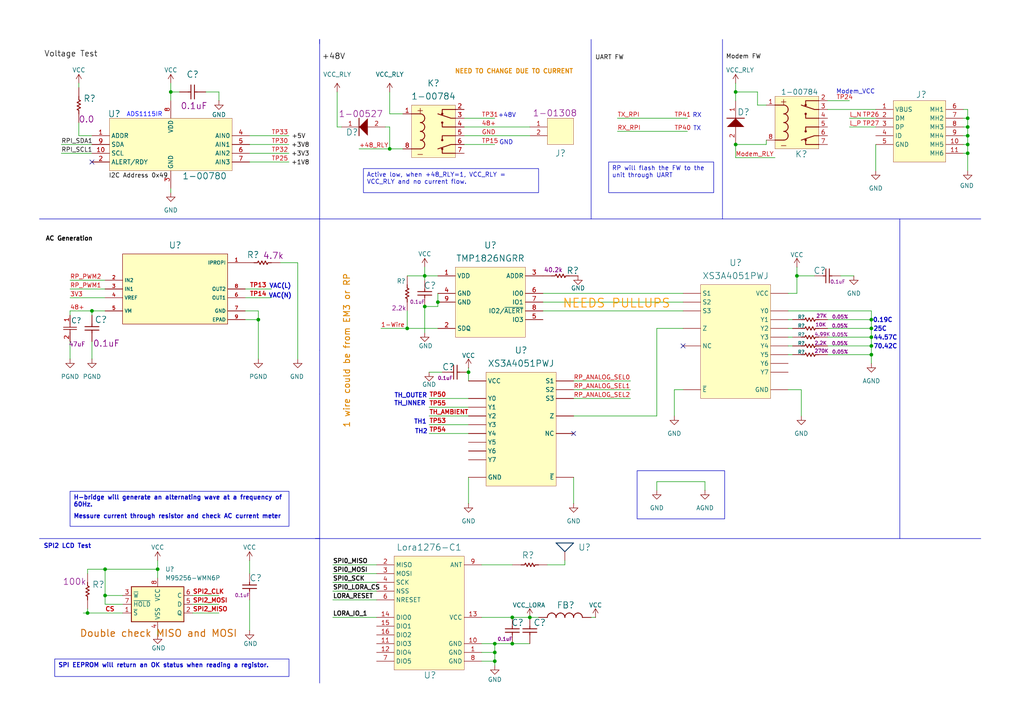
<source format=kicad_sch>
(kicad_sch (version 20231120) (generator "eeschema") (generator_version "8.0")
  (paper "A4")
  (junction (at 280.67 39.37))
  (junction (at 118.11 95.25))
  (junction (at 213.36 41.91))
  (junction (at 30.48 165.1))
  (junction (at 280.67 36.83))
  (junction (at 49.53 26.67))
  (junction (at 25.4 177.8))
  (junction (at 143.51 186.69))
  (junction (at 113.03 43.18))
  (junction (at 231.14 80.01))
  (junction (at 280.67 34.29))
  (junction (at 45.72 165.1))
  (junction (at 252.73 97.79))
  (junction (at 148.59 179.07))
  (junction (at 280.67 41.91))
  (junction (at 135.89 107.95))
  (junction (at 213.36 26.67))
  (junction (at 143.51 191.77))
  (junction (at 143.51 189.23))
  (junction (at 252.73 100.33))
  (junction (at 74.93 92.71))
  (junction (at 252.73 92.71))
  (junction (at 127 87.63))
  (junction (at 123.19 80.01))
  (junction (at 30.48 172.72))
  (junction (at 153.67 179.07))
  (junction (at 148.59 186.69))
  (junction (at 252.73 95.25))
  (junction (at 280.67 44.45))
  (junction (at 252.73 102.87))
  (junction (at 123.19 88.9))
  (junction (at 26.67 90.17))
  (no_connect (at 26.67 46.99))
  (no_connect (at 198.12 100.33))
  (no_connect (at 166.37 125.73))
  (wire (pts (xy 118.11 90.17) (xy 118.11 95.25)))
  (wire (pts (xy 157.48 85.09) (xy 198.12 85.09)))
  (wire (pts (xy 279.4 31.75) (xy 280.67 31.75)))
  (wire (pts (xy 124.46 115.57) (xy 135.89 115.57)))
  (wire (pts (xy 118.11 80.01) (xy 123.19 80.01)))
  (wire (pts (xy 279.4 39.37) (xy 280.67 39.37)))
  (wire (pts (xy 148.59 186.69) (xy 153.67 186.69)))
  (wire (pts (xy 222.25 41.91) (xy 222.25 40.64)))
  (wire (pts (xy 172.72 179.07) (xy 171.45 179.07)))
  (wire (pts (xy 213.36 45.72) (xy 213.36 41.91)))
  (polyline (pts (xy 92.71 11.43) (xy 92.71 63.5)))
  (wire (pts (xy 254 41.91) (xy 254 49.53)))
  (wire (pts (xy 228.6 113.03) (xy 232.41 113.03)))
  (wire (pts (xy 134.62 34.29) (xy 143.51 34.29)))
  (polyline (pts (xy 11.43 63.5) (xy 284.48 63.5)))
  (wire (pts (xy 222.25 30.48) (xy 219.71 30.48)))
  (wire (pts (xy 139.7 191.77) (xy 143.51 191.77)))
  (wire (pts (xy 280.67 34.29) (xy 280.67 36.83)))
  (wire (pts (xy 24.13 177.8) (xy 25.4 177.8)))
  (wire (pts (xy 231.14 80.01) (xy 231.14 85.09)))
  (wire (pts (xy 20.32 99.06) (xy 20.32 104.14)))
  (wire (pts (xy 280.67 31.75) (xy 280.67 34.29)))
  (wire (pts (xy 240.03 29.21) (xy 246.38 29.21)))
  (wire (pts (xy 49.53 54.61) (xy 49.53 55.88)))
  (wire (pts (xy 25.4 176.53) (xy 25.4 177.8)))
  (wire (pts (xy 190.5 142.24) (xy 190.5 139.7)))
  (wire (pts (xy 139.7 186.69) (xy 143.51 186.69)))
  (wire (pts (xy 246.38 36.83) (xy 254 36.83)))
  (wire (pts (xy 30.48 175.26) (xy 30.48 172.72)))
  (wire (pts (xy 135.89 106.68) (xy 135.89 107.95)))
  (wire (pts (xy 96.52 163.83) (xy 109.22 163.83)))
  (wire (pts (xy 74.93 90.17) (xy 74.93 92.71)))
  (wire (pts (xy 158.75 163.83) (xy 163.83 163.83)))
  (wire (pts (xy 246.38 34.29) (xy 254 34.29)))
  (wire (pts (xy 124.46 125.73) (xy 135.89 125.73)))
  (wire (pts (xy 213.36 45.72) (xy 224.79 45.72)))
  (wire (pts (xy 157.48 87.63) (xy 198.12 87.63)))
  (wire (pts (xy 148.59 179.07) (xy 153.67 179.07)))
  (wire (pts (xy 228.6 85.09) (xy 231.14 85.09)))
  (wire (pts (xy 72.39 173.99) (xy 72.39 182.88)))
  (wire (pts (xy 26.67 90.17) (xy 30.48 90.17)))
  (wire (pts (xy 139.7 189.23) (xy 143.51 189.23)))
  (polyline (pts (xy 209.55 11.43) (xy 209.55 63.5)))
  (wire (pts (xy 236.22 80.01) (xy 231.14 80.01)))
  (wire (pts (xy 96.52 166.37) (xy 109.22 166.37)))
  (wire (pts (xy 143.51 186.69) (xy 148.59 186.69)))
  (wire (pts (xy 279.4 34.29) (xy 280.67 34.29)))
  (wire (pts (xy 240.03 100.33) (xy 252.73 100.33)))
  (wire (pts (xy 166.37 115.57) (xy 182.88 115.57)))
  (wire (pts (xy 59.69 26.67) (xy 63.5 26.67)))
  (wire (pts (xy 232.41 113.03) (xy 232.41 120.65)))
  (wire (pts (xy 124.46 107.95) (xy 128.27 107.95)))
  (wire (pts (xy 97.79 36.83) (xy 99.06 36.83)))
  (wire (pts (xy 204.47 139.7) (xy 204.47 142.24)))
  (wire (pts (xy 30.48 172.72) (xy 30.48 165.1)))
  (wire (pts (xy 74.93 92.71) (xy 74.93 104.14)))
  (wire (pts (xy 110.49 95.25) (xy 118.11 95.25)))
  (wire (pts (xy 72.39 39.37) (xy 83.82 39.37)))
  (wire (pts (xy 134.62 39.37) (xy 153.67 39.37)))
  (wire (pts (xy 156.21 179.07) (xy 153.67 179.07)))
  (wire (pts (xy 96.52 173.99) (xy 109.22 173.99)))
  (wire (pts (xy 135.89 138.43) (xy 135.89 146.05)))
  (wire (pts (xy 228.6 102.87) (xy 229.87 102.87)))
  (wire (pts (xy 134.62 41.91) (xy 143.51 41.91)))
  (wire (pts (xy 124.46 120.65) (xy 135.89 120.65)))
  (wire (pts (xy 97.79 26.67) (xy 97.79 36.83)))
  (wire (pts (xy 72.39 44.45) (xy 83.82 44.45)))
  (wire (pts (xy 20.32 86.36) (xy 30.48 86.36)))
  (wire (pts (xy 219.71 26.67) (xy 213.36 26.67)))
  (wire (pts (xy 143.51 189.23) (xy 143.51 191.77)))
  (wire (pts (xy 72.39 162.56) (xy 72.39 166.37)))
  (polyline (pts (xy 92.71 114.3) (xy 92.71 156.21)))
  (wire (pts (xy 45.72 182.88) (xy 45.72 184.15)))
  (wire (pts (xy 279.4 44.45) (xy 280.67 44.45)))
  (wire (pts (xy 20.32 90.17) (xy 26.67 90.17)))
  (wire (pts (xy 240.03 95.25) (xy 252.73 95.25)))
  (wire (pts (xy 30.48 165.1) (xy 45.72 165.1)))
  (wire (pts (xy 213.36 24.13) (xy 213.36 26.67)))
  (wire (pts (xy 228.6 95.25) (xy 229.87 95.25)))
  (wire (pts (xy 113.03 36.83) (xy 113.03 43.18)))
  (wire (pts (xy 22.86 24.13) (xy 22.86 25.4)))
  (wire (pts (xy 17.78 44.45) (xy 26.67 44.45)))
  (wire (pts (xy 252.73 102.87) (xy 252.73 105.41)))
  (polyline (pts (xy 260.985 63.5) (xy 260.985 156.21)))
  (wire (pts (xy 20.32 83.82) (xy 30.48 83.82)))
  (wire (pts (xy 280.67 44.45) (xy 280.67 49.53)))
  (wire (pts (xy 195.58 113.03) (xy 195.58 120.65)))
  (wire (pts (xy 143.51 191.77) (xy 143.51 193.04)))
  (wire (pts (xy 25.4 166.37) (xy 25.4 165.1)))
  (wire (pts (xy 280.67 41.91) (xy 280.67 44.45)))
  (wire (pts (xy 45.72 165.1) (xy 45.72 167.64)))
  (wire (pts (xy 124.46 118.11) (xy 135.89 118.11)))
  (wire (pts (xy 280.67 39.37) (xy 280.67 41.91)))
  (wire (pts (xy 81.28 76.2) (xy 86.36 76.2)))
  (wire (pts (xy 118.11 95.25) (xy 127 95.25)))
  (wire (pts (xy 96.52 179.07) (xy 109.22 179.07)))
  (wire (pts (xy 243.84 80.01) (xy 247.65 80.01)))
  (wire (pts (xy 240.03 31.75) (xy 254 31.75)))
  (wire (pts (xy 157.48 90.17) (xy 198.12 90.17)))
  (wire (pts (xy 213.36 26.67) (xy 213.36 29.21)))
  (wire (pts (xy 55.88 172.72) (xy 63.5 172.72)))
  (wire (pts (xy 123.19 88.9) (xy 127 88.9)))
  (wire (pts (xy 166.37 110.49) (xy 182.88 110.49)))
  (wire (pts (xy 49.53 26.67) (xy 52.07 26.67)))
  (wire (pts (xy 113.03 43.18) (xy 116.84 43.18)))
  (wire (pts (xy 190.5 95.25) (xy 190.5 120.65)))
  (wire (pts (xy 166.37 138.43) (xy 166.37 146.05)))
  (wire (pts (xy 96.52 171.45) (xy 109.22 171.45)))
  (wire (pts (xy 252.73 90.17) (xy 252.73 92.71)))
  (wire (pts (xy 22.86 35.56) (xy 22.86 39.37)))
  (wire (pts (xy 198.12 113.03) (xy 195.58 113.03)))
  (wire (pts (xy 228.6 90.17) (xy 252.73 90.17)))
  (wire (pts (xy 134.62 36.83) (xy 153.67 36.83)))
  (wire (pts (xy 252.73 97.79) (xy 252.73 100.33)))
  (wire (pts (xy 86.36 76.2) (xy 86.36 104.14)))
  (wire (pts (xy 127 85.09) (xy 127 87.63)))
  (polyline (pts (xy 92.71 63.5) (xy 92.71 101.6)))
  (wire (pts (xy 123.19 80.01) (xy 123.19 81.28)))
  (wire (pts (xy 25.4 165.1) (xy 30.48 165.1)))
  (wire (pts (xy 240.03 102.87) (xy 252.73 102.87)))
  (wire (pts (xy 71.12 92.71) (xy 74.93 92.71)))
  (wire (pts (xy 72.39 46.99) (xy 83.82 46.99)))
  (wire (pts (xy 252.73 92.71) (xy 252.73 95.25)))
  (polyline (pts (xy 92.71 11.43) (xy 92.71 12.7)))
  (wire (pts (xy 113.03 33.02) (xy 116.84 33.02)))
  (wire (pts (xy 35.56 175.26) (xy 30.48 175.26)))
  (wire (pts (xy 25.4 177.8) (xy 35.56 177.8)))
  (wire (pts (xy 26.67 99.06) (xy 26.67 104.14)))
  (wire (pts (xy 228.6 97.79) (xy 229.87 97.79)))
  (wire (pts (xy 228.6 100.33) (xy 229.87 100.33)))
  (wire (pts (xy 143.51 186.69) (xy 143.51 189.23)))
  (wire (pts (xy 55.88 177.8) (xy 63.5 177.8)))
  (wire (pts (xy 252.73 100.33) (xy 252.73 102.87)))
  (wire (pts (xy 240.03 92.71) (xy 252.73 92.71)))
  (wire (pts (xy 35.56 172.72) (xy 30.48 172.72)))
  (wire (pts (xy 231.14 77.47) (xy 231.14 80.01)))
  (polyline (pts (xy 92.71 156.21) (xy 92.71 198.12)))
  (wire (pts (xy 219.71 30.48) (xy 219.71 26.67)))
  (polyline (pts (xy 92.71 156.21) (xy 91.44 156.21)))
  (wire (pts (xy 166.37 113.03) (xy 182.88 113.03)))
  (wire (pts (xy 45.72 162.56) (xy 45.72 165.1)))
  (wire (pts (xy 163.83 163.83) (xy 163.83 162.56)))
  (wire (pts (xy 71.12 86.36) (xy 78.74 86.36)))
  (wire (pts (xy 252.73 95.25) (xy 252.73 97.79)))
  (polyline (pts (xy 11.43 156.21) (xy 284.48 156.21)))
  (wire (pts (xy 139.7 163.83) (xy 148.59 163.83)))
  (wire (pts (xy 279.4 36.83) (xy 280.67 36.83)))
  (wire (pts (xy 22.86 39.37) (xy 26.67 39.37)))
  (wire (pts (xy 139.7 179.07) (xy 148.59 179.07)))
  (wire (pts (xy 17.78 41.91) (xy 26.67 41.91)))
  (wire (pts (xy 127 80.01) (xy 123.19 80.01)))
  (wire (pts (xy 166.37 120.65) (xy 190.5 120.65)))
  (wire (pts (xy 135.89 107.95) (xy 135.89 110.49)))
  (wire (pts (xy 190.5 95.25) (xy 198.12 95.25)))
  (wire (pts (xy 55.88 175.26) (xy 63.5 175.26)))
  (wire (pts (xy 279.4 41.91) (xy 280.67 41.91)))
  (wire (pts (xy 179.07 38.1) (xy 199.39 38.1)))
  (wire (pts (xy 49.53 24.13) (xy 49.53 26.67)))
  (wire (pts (xy 190.5 139.7) (xy 204.47 139.7)))
  (wire (pts (xy 213.36 41.91) (xy 222.25 41.91)))
  (wire (pts (xy 127 88.9) (xy 127 87.63)))
  (wire (pts (xy 26.67 90.17) (xy 26.67 91.44)))
  (wire (pts (xy 96.52 168.91) (xy 109.22 168.91)))
  (wire (pts (xy 111.76 36.83) (xy 113.03 36.83)))
  (wire (pts (xy 72.39 41.91) (xy 83.82 41.91)))
  (wire (pts (xy 123.19 77.47) (xy 123.19 80.01)))
  (wire (pts (xy 179.07 34.29) (xy 199.39 34.29)))
  (wire (pts (xy 20.32 81.28) (xy 30.48 81.28)))
  (polyline (pts (xy 171.45 11.43) (xy 171.45 63.5)))
  (wire (pts (xy 71.12 83.82) (xy 78.74 83.82)))
  (wire (pts (xy 49.53 29.21) (xy 49.53 26.67)))
  (wire (pts (xy 124.46 123.19) (xy 135.89 123.19)))
  (wire (pts (xy 63.5 26.67) (xy 63.5 29.21)))
  (wire (pts (xy 228.6 92.71) (xy 229.87 92.71)))
  (wire (pts (xy 240.03 97.79) (xy 252.73 97.79)))
  (wire (pts (xy 104.14 43.18) (xy 113.03 43.18)))
  (wire (pts (xy 71.12 90.17) (xy 74.93 90.17)))
  (polyline (pts (xy 92.71 101.6) (xy 92.71 114.3)))
  (wire (pts (xy 123.19 88.9) (xy 123.19 96.52)))
  (wire (pts (xy 280.67 36.83) (xy 280.67 39.37)))
  (wire (pts (xy 113.03 26.67) (xy 113.03 33.02)))
  (wire (pts (xy 20.32 90.17) (xy 20.32 91.44)))
  (rectangle (start 184.785 136.525) (end 210.185 150.495))
  (text_box "SPI EEPROM will return an OK status when reading a registor. \n" (at 15.875 191.135 0) (size 67.945 5.08) (effects (font (size 1.27 1.27) (thickness 0.254) (bold yes)) (justify left top)))
  (text_box "RP will flash the FW to the unit through UART\n\n" (at 176.53 46.99 0) (size 30.48 8.89) (effects (font (size 1.27 1.27)) (justify left top)))
  (text_box "H-bridge will generate an alternating wave at a frequency of 60Hz. \n" (at 20.32 142.494 0) (size 63.5 10.16) (effects (font (size 1.27 1.27) (thickness 0.254) (bold yes)) (justify left top)))
  (text_box "Active low, when +48_RLY=1, VCC_RLY = VCC_RLY and no current flow.\n" (at 105.41 48.895 0) (size 50.8 6.985) (effects (font (size 1.27 1.27)) (justify left top)))
  (text "+3V8\n" (at 87.122 42.164 0) (effects (font (size 1.27 1.27))))
  (text "+48V\n" (at 147.066 33.528 0) (effects (font (size 1.27 1.27))))
  (text "UART FW\n" (at 176.784 16.764 0) (effects (font (size 1.27 1.27))))
  (text "VAC(L)\n" (at 81.28 83.058 0) (effects (font (size 1.27 1.27) (thickness 0.254) (bold yes))))
  (text "TX" (at 202.184 37.338 0) (effects (font (size 1.27 1.27))))
  (text "TH_OUTER\n" (at 119.126 114.808 0) (effects (font (size 1.27 1.27) (thickness 0.254) (bold yes))))
  (text "Modem_VCC\n" (at 248.158 26.67 0) (effects (font (size 1.27 1.27))))
  (text "ADS1115IR" (at 41.91 33.274 0) (effects (font (size 1.27 1.27))))
  (text "TH1\n" (at 121.92 122.428 0) (effects (font (size 1.27 1.27) (thickness 0.254) (bold yes))))
  (text "TH_INNER\n" (at 118.872 117.094 0) (effects (font (size 1.27 1.27) (thickness 0.254) (bold yes))))
  (text "Double check MISO and MOSI\n" (at 45.974 183.896 0) (effects (font (size 2.032 2.032) (thickness 0.254) (bold yes))))
  (text "+5V\n" (at 86.614 39.624 0) (effects (font (size 1.27 1.27))))
  (text "25C\n" (at 255.27 95.504 0) (effects (font (size 1.27 1.27) (thickness 0.254) (bold yes))))
  (text "Modem FW\n" (at 215.646 16.51 0) (effects (font (size 1.27 1.27))))
  (text "0.19C\n" (at 256.032 92.964 0) (effects (font (size 1.27 1.27) (thickness 0.254) (bold yes))))
  (text "AC Generation\n" (at 20.066 69.342 0) (effects (font (size 1.27 1.27) (thickness 0.254) (bold yes))))
  (text "I2C Address 0x49\n" (at 40.132 51.054 0) (effects (font (size 1.27 1.27))))
  (text "SPI2 LCD Test" (at 19.558 158.496 0) (effects (font (size 1.27 1.27) (thickness 0.254) (bold yes))))
  (text "Voltage Test\n" (at 20.574 15.748 0) (effects (font (size 1.651 1.651))))
  (text "Messure current through resistor and check AC current meter\n" (at 51.435 149.86 0) (effects (font (size 1.27 1.27) (thickness 0.254) (bold yes))))
  (text "44.57C" (at 256.794 98.044 0) (effects (font (size 1.27 1.27) (thickness 0.254) (bold yes))))
  (text "+48V\n" (at 96.774 16.51 0) (effects (font (size 1.651 1.651))))
  (text "+3V3\n" (at 87.122 44.704 0) (effects (font (size 1.27 1.27))))
  (text "TH2" (at 122.174 125.222 0) (effects (font (size 1.27 1.27) (thickness 0.254) (bold yes))))
  (text "VAC(N)\n" (at 81.28 85.852 0) (effects (font (size 1.27 1.27) (thickness 0.254) (bold yes))))
  (text "+1V8" (at 87.122 47.244 0) (effects (font (size 1.27 1.27))))
  (text "RX\n\n" (at 202.184 34.544 0) (effects (font (size 1.27 1.27))))
  (text "1 wire could be from EM3 or RP\n" (at 100.584 101.854 90) (effects (font (size 1.778 1.778) (thickness 0.254) (bold yes))))
  (text "GND\n" (at 146.812 41.402 0) (effects (font (size 1.27 1.27))))
  (text "NEED TO CHANGE DUE TO CURRENT" (at 149.098 20.828 0) (effects (font (size 1.27 1.27) (thickness 0.254) (bold yes))))
  (text "NEEDS PULLUPS\n" (at 178.816 88.138 0) (effects (font (size 2.54 2.54) (thickness 0.254) (bold yes))))
  (text "70.42C" (at 256.794 100.584 0) (effects (font (size 1.27 1.27) (thickness 0.254) (bold yes))))
  (label "RPI_SCL1" (at 17.78 44.45 0))
  (label "1-Wire" (at 110.49 95.25 0) (effects (font (thickness 0.1588))))
  (label "TP30" (at 78.74 41.91 0))
  (label "RP_ANALOG_SEL2" (at 166.37 115.57 0) (effects (font (thickness 0.1588))))
  (label "SPI0_MOSI" (at 96.52 166.37 0) (effects (font (thickness 0.254) (bold yes))))
  (label "+48_RLY" (at 104.14 43.18 0))
  (label "RP_PWM2" (at 20.32 81.28 0) (effects (font (thickness 0.1588))))
  (label "SPI0_LORA_CS" (at 96.52 171.45 0) (effects (font (thickness 0.254) (bold yes))))
  (label "SPI2_CLK" (at 55.88 172.72 0) (effects (font (thickness 0.254) (bold yes))))
  (label "RP_PWM1" (at 20.32 83.82 0) (effects (font (thickness 0.1588))))
  (label "TH_AMBIENT" (at 124.46 120.65 0) (effects (font (thickness 0.254) (bold yes))))
  (label "TP15" (at 139.7 41.91 0))
  (label "TP50" (at 124.46 115.57 0) (effects (font (thickness 0.254) (bold yes))))
  (label "TP40" (at 195.58 38.1 0))
  (label "3V3" (at 20.32 86.36 0) (effects (font (thickness 0.1588))))
  (label "TP54" (at 124.46 125.73 0) (effects (font (thickness 0.254) (bold yes))))
  (label "TP53" (at 124.46 123.19 0) (effects (font (thickness 0.254) (bold yes))))
  (label "SPI2_MISO" (at 55.88 177.8 0) (effects (font (thickness 0.254) (bold yes))))
  (label "LORA_RESET" (at 96.52 173.99 0) (effects (font (thickness 0.254) (bold yes))))
  (label "TP14" (at 72.39 86.36 0) (effects (font (thickness 0.254) (bold yes))))
  (label "48+" (at 139.7 36.83 0))
  (label "TP25" (at 78.74 46.99 0))
  (label "48+" (at 20.32 90.17 0))
  (label "TP32" (at 78.74 44.45 0))
  (label "TP55" (at 124.46 118.11 0) (effects (font (thickness 0.254) (bold yes))))
  (label "RPI_SDA1" (at 17.78 41.91 0))
  (label "CS" (at 30.48 177.8 0) (effects (font (thickness 0.254) (bold yes))))
  (label "RP_ANALOG_SEL0" (at 166.37 110.49 0) (effects (font (thickness 0.1588))))
  (label "RP_ANALOG_SEL1" (at 166.37 113.03 0) (effects (font (thickness 0.1588))))
  (label "Modem_RLY" (at 213.36 45.72 0))
  (label "LORA_IO_1" (at 96.52 179.07 0) (effects (font (thickness 0.254) (bold yes))))
  (label "RX_RPI" (at 179.07 38.1 0))
  (label "TP27" (at 250.19 36.83 0))
  (label "L_P" (at 246.38 36.83 0))
  (label "TP26" (at 250.19 34.29 0))
  (label "TX_RPI" (at 179.07 34.29 0))
  (label "TP31" (at 139.7 34.29 0))
  (label "SPI2_MOSI" (at 55.88 175.26 0) (effects (font (thickness 0.254) (bold yes))))
  (label "SPI0_SCK" (at 96.52 168.91 0) (effects (font (thickness 0.254) (bold yes))))
  (label "TP41" (at 195.58 34.29 0))
  (label "TP13" (at 72.39 83.82 0) (effects (font (thickness 0.254) (bold yes))))
  (label "TP33" (at 78.74 39.37 0))
  (label "L_N" (at 246.38 34.29 0))
  (label "SPI0_MISO" (at 96.52 163.83 0) (effects (font (thickness 0.254) (bold yes))))
  (label "TP24" (at 242.57 29.21 0))
  (label "GND" (at 139.7 39.37 0))
  (symbol (lib_id "EXACT_IC:1-01410") (at 151.13 128.27 0) (mirror y) (unit 1)
    (property "Reference" "U?" (at 151.13 101.6 0) (effects (font (size 1.8288 1.8288))))
    (property "Value" "XS3A4051PWJ" (at 151.13 105.41 0) (effects (font (size 1.8288 1.8288))))
    (property "Footprint" "IC:16-TSSOP" (effects (hide yes)))
    (property "Description" "IC SWITCH SP8TX1 900MOHM 16TSSOP" (effects (hide yes)))
    (property "Manufacturer Part Number" "XS3A4051PWJ" (effects (hide yes)))
    (property "Manufacturer" "Nexperia USA Inc." (effects (hide yes)))
    (property "EXACT Part Number" "1-01410" (effects (hide yes)))
    (property "Vendor" "Digi-key" (effects (hide yes)))
    (property "Vendor Part Number" "1727-XS3A4051PWJTR-ND" (effects (hide yes)))
    (property "Package" "16-TSSOP" (effects (hide yes)))
    (property "ALTIUM_VALUE" "*" (effects (hide yes)))
  )
  (symbol (lib_id "power:GND") (at 247.65 80.01 0) (unit 1)
    (property "Reference" "#PWR063" (effects (hide yes)))
    (property "Value" "GND" (at 247.65 85.09 0))
    (property "Description" "Power symbol creates a global label with name \"GND\" , ground" (effects (hide yes)))
  )
  (symbol (lib_id "power:VCC") (at 172.72 179.07 0) (unit 1)
    (property "Reference" "#PWR058" (effects (hide yes)))
    (property "Value" "VCC" (at 172.72 175.514 0))
    (property "Description" "Power symbol creates a global label with name \"VCC\"" (effects (hide yes)))
  )
  (symbol (lib_id "power:GND") (at 123.19 96.52 0) (unit 1)
    (property "Reference" "#PWR050" (effects (hide yes)))
    (property "Value" "GND" (at 123.444 100.33 0))
    (property "Description" "Power symbol creates a global label with name \"GND\" , ground" (effects (hide yes)))
  )
  (symbol (lib_id "power:VCC") (at 45.72 162.56 0) (unit 1)
    (property "Reference" "#PWR038" (effects (hide yes)))
    (property "Value" "VCC" (at 45.72 158.75 0))
    (property "Description" "Power symbol creates a global label with name \"VCC\"" (effects (hide yes)))
  )
  (symbol (lib_id "power:GND") (at 49.53 55.88 0) (unit 1)
    (property "Reference" "#PWR041" (effects (hide yes)))
    (property "Value" "GND" (at 49.53 60.96 0))
    (property "Description" "Power symbol creates a global label with name \"GND\" , ground" (effects (hide yes)))
  )
  (symbol (lib_id "power:GND") (at 26.67 104.14 0) (unit 1)
    (property "Reference" "#PWR037" (effects (hide yes)))
    (property "Value" "PGND" (at 26.67 109.22 0))
    (property "Description" "Power symbol creates a global label with name \"GND\" , ground" (effects (hide yes)))
  )
  (symbol (lib_id "power:+1V0") (at 113.03 26.67 0) (unit 1)
    (property "Reference" "#PWR048" (effects (hide yes)))
    (property "Value" "VCC_RLY" (at 113.03 21.59 0))
    (property "Description" "Power symbol creates a global label with name \"+1V0\"" (effects (hide yes)))
  )
  (symbol (lib_id "power:VCC") (at 153.67 179.07 0) (unit 1)
    (property "Reference" "#PWR055" (effects (hide yes)))
    (property "Value" "VCC_LORA" (at 153.416 175.514 0))
    (property "Description" "Power symbol creates a global label with name \"VCC\"" (effects (hide yes)))
  )
  (symbol (lib_id "power:GND") (at 45.72 184.15 0) (unit 1)
    (property "Reference" "#PWR039" (effects (hide yes)))
    (property "Value" "GND" (at 45.974 187.96 0))
    (property "Description" "Power symbol creates a global label with name \"GND\" , ground" (effects (hide yes)))
  )
  (symbol (lib_id "power:VCC") (at 123.19 77.47 0) (unit 1)
    (property "Reference" "#PWR049" (effects (hide yes)))
    (property "Value" "VCC" (at 123.19 73.66 0))
    (property "Description" "Power symbol creates a global label with name \"VCC\"" (effects (hide yes)))
  )
  (symbol (lib_id "EXACT_CAP:1-00004") (at 123.19 85.09 270) (unit 1)
    (property "Reference" "C?" (at 124.714 82.804 90) (effects (font (size 1.8288 1.8288))))
    (property "Value" "${VALUE}" (effects (hide yes)))
    (property "Footprint" "CAP:CAP_0603" (effects (hide yes)))
    (property "Description" "CAP CER 0.1UF 50V X7R 0603" (effects (hide yes)))
    (property "Vendor" "Digi-Key" (effects (hide yes)))
    (property "Vendor Part Number" "478-5778-1-ND" (effects (hide yes)))
    (property "Manufacturer" "AVX Corporation" (effects (hide yes)))
    (property "Manufacturer Part Number" "06035C104JAT2A" (effects (hide yes)))
    (property "ALTIUM_VALUE" "0.1uF" (at 118.872 88.138 90) (effects (font (size 1.016 1.016)) (justify left bottom)))
    (property "EXACT Part Number" "1-00004" (effects (hide yes)))
    (property "Package" "0603" (effects (hide yes)))
    (property "Voltage" "50V" (effects (hide yes)))
    (property "Dielectric" "X7R" (effects (hide yes)))
  )
  (symbol (lib_id "EXACT_RES:RC0603FR-072K2L") (at 118.11 85.09 90) (unit 1)
    (property "Reference" "R?" (at 115.062 81.534 90) (effects (justify right)))
    (property "Value" "${VALUE}" (effects (hide yes)))
    (property "Footprint" "RES:RES_0603" (effects (hide yes)))
    (property "Description" "RES SMD 2.2K OHM 1% 1/10W 0603" (effects (hide yes)))
    (property "Vendor" "Digi-Key" (effects (hide yes)))
    (property "Vendor Part Number" "311-2.20KHRCT-ND" (effects (hide yes)))
    (property "Manufacturer" "Yageo" (effects (hide yes)))
    (property "Manufacturer Part Number" "RC0603FR-072K2L" (effects (hide yes)))
    (property "ALTIUM_VALUE" "2.2k" (at 117.856 88.646 90) (effects (justify left bottom)))
    (property "Tolerance" "1%" (effects (hide yes)))
    (property "EXACT Part Number" "1-00020" (effects (hide yes)))
    (property "Package" "0603" (effects (hide yes)))
  )
  (symbol (lib_id "EXACT_RES:1-01146") (at 234.95 95.25 0) (unit 1)
    (property "Reference" "R?" (at 232.41 94.488 0) (effects (font (size 1.016 1.016))))
    (property "Value" "${VALUE}" (effects (hide yes)))
    (property "Footprint" "RES:RES_1206" (effects (hide yes)))
    (property "Description" "RES SMD 10K OHM 0.05% 1/10W 0603" (effects (hide yes)))
    (property "Vendor" "Digikey" (effects (hide yes)))
    (property "Vendor Part Number" "ERA-3ARW103V" (effects (hide yes)))
    (property "Manufacturer" "Panasonic Electronic Components" (effects (hide yes)))
    (property "Manufacturer Part Number" "P10KBETR-ND" (effects (hide yes)))
    (property "ALTIUM_VALUE" "10K" (at 236.474 94.742 0) (effects (font (size 1.016 1.016)) (justify left bottom)))
    (property "EXACT Part Number" "1-01146" (effects (hide yes)))
    (property "Package" "SMD" (effects (hide yes)))
    (property "Tolerance" "0.05%" (at 243.586 94.488 0) (effects (font (size 1.016 1.016))))
  )
  (symbol (lib_id "power:VCC") (at 231.14 77.47 0) (unit 1)
    (property "Reference" "#PWR061" (effects (hide yes)))
    (property "Value" "VCC" (at 231.14 73.914 0))
    (property "Description" "Power symbol creates a global label with name \"VCC\"" (effects (hide yes)))
  )
  (symbol (lib_id "EXACT_CAP:1-00004") (at 240.03 80.01 0) (unit 1)
    (property "Reference" "C?" (at 237.744 78.486 0) (effects (font (size 1.8288 1.8288))))
    (property "Value" "${VALUE}" (effects (hide yes)))
    (property "Footprint" "CAP:CAP_0603" (effects (hide yes)))
    (property "Description" "CAP CER 0.1UF 50V X7R 0603" (effects (hide yes)))
    (property "Vendor" "Digi-Key" (effects (hide yes)))
    (property "Vendor Part Number" "478-5778-1-ND" (effects (hide yes)))
    (property "Manufacturer" "AVX Corporation" (effects (hide yes)))
    (property "Manufacturer Part Number" "06035C104JAT2A" (effects (hide yes)))
    (property "ALTIUM_VALUE" "0.1uF" (at 240.792 82.296 0) (effects (font (size 1.016 1.016)) (justify left bottom)))
    (property "EXACT Part Number" "1-00004" (effects (hide yes)))
    (property "Package" "0603" (effects (hide yes)))
    (property "Voltage" "50V" (effects (hide yes)))
    (property "Dielectric" "X7R" (effects (hide yes)))
  )
  (symbol (lib_id "EXACT_RES:1-01215") (at 162.56 80.01 0) (unit 1)
    (property "Reference" "R?" (at 166.116 78.486 0) (effects (font (size 1.8288 1.8288))))
    (property "Value" "${VALUE}" (effects (hide yes)))
    (property "Footprint" "RES:RES_0603" (effects (hide yes)))
    (property "Description" "RES 40.2K OHM 1% 1/10W 0603" (effects (hide yes)))
    (property "Vendor" "Digi-Key" (effects (hide yes)))
    (property "Vendor Part Number" "311-40.2KHRCT-ND" (effects (hide yes)))
    (property "Manufacturer" "Yageo" (effects (hide yes)))
    (property "Manufacturer Part Number" "RC0603FR-0740K2L" (effects (hide yes)))
    (property "ALTIUM_VALUE" "40.2k" (at 157.734 78.994 0) (effects (justify left bottom)))
    (property "Tolerance" "1%" (effects (hide yes)))
    (property "EXACT Part Number" "1-01215" (effects (hide yes)))
    (property "Package" "0603" (effects (hide yes)))
  )
  (symbol (lib_id "EXACT_IND:MPZ1608B471ATA00") (at 163.83 179.07 0) (unit 1)
    (property "Reference" "FB?" (at 164.084 175.514 0) (effects (font (size 1.8288 1.8288))))
    (property "Value" "${VALUE}" (effects (hide yes)))
    (property "Footprint" "IND:RES_0603" (effects (hide yes)))
    (property "Description" "FERRITE BEAD 470 OHM 0603 1LN" (effects (hide yes)))
    (property "Manufacturer" "TDK Corporation" (effects (hide yes)))
    (property "Manufacturer Part Number" "MPZ1608B471ATA00" (effects (hide yes)))
    (property "Vendor" "Mouser" (effects (hide yes)))
    (property "Vendor Part Number" "445-5218-1-ND" (effects (hide yes)))
    (property "Package" "0603" (effects (hide yes)))
    (property "EXACT Part Number" "1-00039" (effects (hide yes)))
    (property "ALTIUM_VALUE" "MPZ1608B471ATA00" (effects (hide yes)))
    (property "DCR" "470R" (effects (hide yes)))
    (property "Current" "1A" (effects (hide yes)))
  )
  (symbol (lib_id "power:+1V0") (at 213.36 24.13 0) (unit 1)
    (property "Reference" "#PWR060" (effects (hide yes)))
    (property "Value" "VCC_RLY" (at 214.63 20.32 0))
    (property "Description" "Power symbol creates a global label with name \"+1V0\"" (effects (hide yes)))
  )
  (symbol (lib_id "power:GND") (at 135.89 146.05 0) (unit 1)
    (property "Reference" "#PWR053" (effects (hide yes)))
    (property "Value" "GND" (at 135.89 151.13 0))
    (property "Description" "Power symbol creates a global label with name \"GND\" , ground" (effects (hide yes)))
  )
  (symbol (lib_id "EXACT_MISC:1-00784") (at 125.73 36.83 0) (unit 1)
    (property "Reference" "K?" (at 125.73 24.13 0) (effects (font (size 1.8288 1.8288))))
    (property "Value" "1-00784" (at 125.73 27.94 0) (effects (font (size 1.8288 1.8288))))
    (property "Footprint" "MISC:KEMET_UA2" (effects (hide yes)))
    (property "Description" "RELAY GEN PURPOSE DPDT 1A 5VDC" (effects (hide yes)))
    (property "Manufacturer Part Number" "UA2-5NE" (effects (hide yes)))
    (property "Manufacturer" "KEMET" (effects (hide yes)))
    (property "EXACT Part Number" "1-00784" (effects (hide yes)))
    (property "Vendor" "Digi-Key" (effects (hide yes)))
    (property "Vendor Part Number" "UA2-5NE-ND" (effects (hide yes)))
    (property "ALTIUM_VALUE" "DPDT 1A 5VDC" (effects (hide yes)))
  )
  (symbol (lib_id "power:+1V0") (at 97.79 26.67 0) (unit 1)
    (property "Reference" "#PWR047" (effects (hide yes)))
    (property "Value" "VCC_RLY" (at 97.79 21.59 0))
    (property "Description" "Power symbol creates a global label with name \"+1V0\"" (effects (hide yes)))
  )
  (symbol (lib_id "power:VCC") (at 135.89 106.68 0) (mirror y) (unit 1)
    (property "Reference" "#PWR052" (effects (hide yes)))
    (property "Value" "VCC" (at 135.89 103.124 0))
    (property "Description" "Power symbol creates a global label with name \"VCC\"" (effects (hide yes)))
  )
  (symbol (lib_id "power:GND") (at 252.73 105.41 0) (unit 1)
    (property "Reference" "#PWR064" (effects (hide yes)))
    (property "Value" "AGND" (at 252.73 110.49 0))
    (property "Description" "Power symbol creates a global label with name \"GND\" , ground" (effects (hide yes)))
  )
  (symbol (lib_id "EXACT_IC:1-01410") (at 213.36 102.87 0) (unit 1)
    (property "Reference" "U?" (at 213.36 76.2 0) (effects (font (size 1.8288 1.8288))))
    (property "Value" "XS3A4051PWJ" (at 213.36 80.01 0) (effects (font (size 1.8288 1.8288))))
    (property "Footprint" "IC:16-TSSOP" (effects (hide yes)))
    (property "Description" "IC SWITCH SP8TX1 900MOHM 16TSSOP" (effects (hide yes)))
    (property "Manufacturer Part Number" "XS3A4051PWJ" (effects (hide yes)))
    (property "Manufacturer" "Nexperia USA Inc." (effects (hide yes)))
    (property "EXACT Part Number" "1-01410" (effects (hide yes)))
    (property "Vendor" "Digi-key" (effects (hide yes)))
    (property "Vendor Part Number" "1727-XS3A4051PWJTR-ND" (effects (hide yes)))
    (property "Package" "16-TSSOP" (effects (hide yes)))
    (property "ALTIUM_VALUE" "*" (effects (hide yes)))
  )
  (symbol (lib_id "EXACT_RES:1-00015") (at 153.67 163.83 0) (unit 1)
    (property "Reference" "R?" (at 153.162 161.036 0) (effects (font (size 1.8288 1.8288))))
    (property "Value" "${VALUE}" (effects (hide yes)))
    (property "Footprint" "RES:RES_0603" (effects (hide yes)))
    (property "Description" "RES 0 OHM JUMPER 1/10W 0603" (effects (hide yes)))
    (property "Vendor" "Digi-Key" (effects (hide yes)))
    (property "Vendor Part Number" "311-0.0HRCT-ND" (effects (hide yes)))
    (property "Manufacturer" "Yageo" (effects (hide yes)))
    (property "Manufacturer Part Number" "RC0603FR-070RL" (effects (hide yes)))
    (property "ALTIUM_VALUE" "0.0" (effects (hide yes)))
    (property "Tolerance" "1%" (effects (hide yes)))
    (property "EXACT Part Number" "1-00015" (effects (hide yes)))
    (property "Package" "0603" (effects (hide yes)))
  )
  (symbol (lib_id "EXACT_RES:1-00186") (at 234.95 97.79 0) (unit 1)
    (property "Reference" "R?" (at 232.41 97.028 0) (effects (font (size 1.016 1.016))))
    (property "Value" "${VALUE}" (effects (hide yes)))
    (property "Footprint" "RES:RES_1206" (effects (hide yes)))
    (property "Description" "RES SMD 4.99KOHM 0.05% 1/10W 0603" (effects (hide yes)))
    (property "Vendor" "Digikey" (effects (hide yes)))
    (property "Vendor Part Number" "541-TNPU06034K99AWEN00TR-ND" (effects (hide yes)))
    (property "Manufacturer" "Vishay Dale" (effects (hide yes)))
    (property "Manufacturer Part Number" "TNPU06034K99AWEN00" (effects (hide yes)))
    (property "ALTIUM_VALUE" "4.99K" (at 236.22 97.536 0) (effects (font (size 1.016 1.016)) (justify left bottom)))
    (property "EXACT Part Number" "1-00186" (effects (hide yes)))
    (property "Package" "SMD" (effects (hide yes)))
    (property "Tolerance" "0.05%" (at 243.586 97.028 0) (effects (font (size 1.016 1.016))))
  )
  (symbol (lib_id "power:GND") (at 254 49.53 0) (unit 1)
    (property "Reference" "#PWR065" (effects (hide yes)))
    (property "Value" "GND" (at 254 54.61 0))
    (property "Description" "Power symbol creates a global label with name \"GND\" , ground" (effects (hide yes)))
  )
  (symbol (lib_id "EXACT_RES:1-01426") (at 234.95 102.87 0) (unit 1)
    (property "Reference" "R?" (at 232.41 102.108 0) (effects (font (size 1.016 1.016))))
    (property "Value" "${VALUE}" (effects (hide yes)))
    (property "Footprint" "RES:RES_1206" (effects (hide yes)))
    (property "Description" "RES SMD 270KOHM 0.05% 1/10W 0603" (effects (hide yes)))
    (property "Vendor" "Digikey" (effects (hide yes)))
    (property "Vendor Part Number" "RG16N270KWTR-ND" (effects (hide yes)))
    (property "Manufacturer" "Susumu" (effects (hide yes)))
    (property "Manufacturer Part Number" "RG1608N-274-W-T1" (effects (hide yes)))
    (property "ALTIUM_VALUE" "270K" (at 236.22 102.362 0) (effects (font (size 1.016 1.016)) (justify left bottom)))
    (property "Tolerance" "0.05%" (at 241.3 102.616 0) (effects (font (size 1.016 1.016)) (justify left bottom)))
    (property "EXACT Part Number" "1-01426" (effects (hide yes)))
    (property "Package" "SMD" (effects (hide yes)))
  )
  (symbol (lib_id "EXACT_CAP:1-00004") (at 26.67 95.25 90) (unit 1)
    (property "Reference" "C?" (at 27.432 92.71 90) (effects (font (size 1.8288 1.8288)) (justify right)))
    (property "Value" "${VALUE}" (effects (hide yes)))
    (property "Footprint" "CAP:CAP_0603" (effects (hide yes)))
    (property "Description" "CAP CER 0.1UF 50V X7R 0603" (effects (hide yes)))
    (property "Vendor" "Digi-Key" (effects (hide yes)))
    (property "Vendor Part Number" "478-5778-1-ND" (effects (hide yes)))
    (property "Manufacturer" "AVX Corporation" (effects (hide yes)))
    (property "Manufacturer Part Number" "06035C104JAT2A" (effects (hide yes)))
    (property "ALTIUM_VALUE" "0.1uF" (at 34.798 98.552 90) (effects (font (size 1.8288 1.8288)) (justify left bottom)))
    (property "EXACT Part Number" "1-00004" (effects (hide yes)))
    (property "Package" "0603" (effects (hide yes)))
    (property "Voltage" "50V" (effects (hide yes)))
    (property "Dielectric" "X7R" (effects (hide yes)))
  )
  (symbol (lib_id "power:VCC") (at 22.86 24.13 0) (unit 1)
    (property "Reference" "#PWR036" (effects (hide yes)))
    (property "Value" "VCC" (at 22.86 20.32 0))
    (property "Description" "Power symbol creates a global label with name \"VCC\"" (effects (hide yes)))
  )
  (symbol (lib_id "EXACT_RES:1-00543") (at 76.2 76.2 0) (unit 1)
    (property "Reference" "R?" (at 73.406 73.914 0) (effects (font (size 1.8288 1.8288))))
    (property "Value" "${VALUE}" (effects (hide yes)))
    (property "Footprint" "RES:RES_0603" (effects (hide yes)))
    (property "Description" "RES 4.7K OHM 1% 1/10W 0603" (effects (hide yes)))
    (property "Vendor" "Digi-Key" (effects (hide yes)))
    (property "Vendor Part Number" "311-4.70KHRCT-ND" (effects (hide yes)))
    (property "Manufacturer" "Yageo" (effects (hide yes)))
    (property "Manufacturer Part Number" "RC0603FR-074K7L" (effects (hide yes)))
    (property "ALTIUM_VALUE" "4.7k" (at 76.2 75.184 0) (effects (font (size 1.8288 1.8288)) (justify left bottom)))
    (property "Tolerance" "1%" (effects (hide yes)))
    (property "EXACT Part Number" "1-00543" (effects (hide yes)))
    (property "Package" "0603" (effects (hide yes)))
  )
  (symbol (lib_id "EXACT_CONN:1-01308") (at 158.75 36.83 0) (unit 1)
    (property "Reference" "J?" (at 162.56 44.45 0) (effects (font (size 1.8288 1.8288))))
    (property "Value" "DME-03" (effects (hide yes)))
    (property "Footprint" "CONN:B02P-VL" (effects (hide yes)))
    (property "Description" "CONN HEADER VERT 2POS 6.2MM" (effects (hide yes)))
    (property "ALTIUM_VALUE" "*" (effects (hide yes)))
    (property "EXACT Part Number" "1-01308" (at 154.432 31.75 0) (effects (font (size 1.8288 1.8288)) (justify left top)))
    (property "Manufacturer" "JST Sales America Inc." (effects (hide yes)))
    (property "Manufacturer Part Number" "B02P-VL" (effects (hide yes)))
    (property "Package" "*" (effects (hide yes)))
    (property "Vendor" "Digi-key" (effects (hide yes)))
    (property "Vendor Part Number" "455-2361-ND" (effects (hide yes)))
  )
  (symbol (lib_id "EXACT_RES:1-01147") (at 234.95 92.71 0) (unit 1)
    (property "Reference" "R?" (at 232.41 91.948 0) (effects (font (size 1.016 1.016))))
    (property "Value" "${VALUE}" (effects (hide yes)))
    (property "Footprint" "RES:RES_1206" (effects (hide yes)))
    (property "Description" "RES SMD 27K OHM 0.05% 1/10W 0603" (effects (hide yes)))
    (property "Vendor" "Digikey" (effects (hide yes)))
    (property "Vendor Part Number" "P27KBETR-ND" (effects (hide yes)))
    (property "Manufacturer" "YAGEO" (effects (hide yes)))
    (property "Manufacturer Part Number" "ERA-3ARW273V" (effects (hide yes)))
    (property "ALTIUM_VALUE" "27K" (at 236.728 92.202 0) (effects (font (size 1.016 1.016)) (justify left bottom)))
    (property "Tolerance" "0.05%" (at 241.3 92.456 0) (effects (font (size 1.016 1.016)) (justify left bottom)))
    (property "EXACT Part Number" "1-01147" (effects (hide yes)))
    (property "Package" "SMD" (effects (hide yes)))
  )
  (symbol (lib_id "power:GND") (at 72.39 182.88 0) (unit 1)
    (property "Reference" "#PWR044" (effects (hide yes)))
    (property "Value" "GND" (at 72.644 186.69 0))
    (property "Description" "Power symbol creates a global label with name \"GND\" , ground" (effects (hide yes)))
  )
  (symbol (lib_id "power:GND") (at 190.5 142.24 0) (unit 1)
    (property "Reference" "#PWR066" (effects (hide yes)))
    (property "Value" "GND" (at 190.5 147.32 0))
    (property "Description" "Power symbol creates a global label with name \"GND\" , ground" (effects (hide yes)))
  )
  (symbol (lib_id "EXACT_IC:TMP1826") (at 137.16 87.63 0) (unit 1)
    (property "Reference" "U?" (at 142.24 71.12 0) (effects (font (size 1.8288 1.8288))))
    (property "Value" "TMP1826NGRR" (at 142.24 74.93 0) (effects (font (size 1.8288 1.8288))))
    (property "Footprint" "IC:8-WSON_(2.5x2.5)" (effects (hide yes)))
    (property "Description" "IC TEMP 3.7V 1-WIRE 0.3% SMD" (effects (hide yes)))
    (property "Manufacturer Part Number" "TMP1826NGRR" (effects (hide yes)))
    (property "Manufacturer" "Texas Instruments" (effects (hide yes)))
    (property "EXACT Part Number" "1-00710" (effects (hide yes)))
    (property "Vendor" "TI" (effects (hide yes)))
    (property "Vendor Part Number" "TMP1826NGRR" (effects (hide yes)))
    (property "Package" "8-WSON (2.5x2.5)" (effects (hide yes)))
    (property "ALTIUM_VALUE" "TMP1826NGRR" (effects (hide yes)))
  )
  (symbol (lib_id "power:GND") (at 167.64 80.01 0) (unit 1)
    (property "Reference" "#PWR057" (effects (hide yes)))
    (property "Value" "GND" (at 167.64 83.566 0))
    (property "Description" "Power symbol creates a global label with name \"GND\" , ground" (effects (hide yes)))
  )
  (symbol (lib_id "power:GND") (at 143.51 193.04 0) (unit 1)
    (property "Reference" "#PWR054" (effects (hide yes)))
    (property "Value" "GND" (at 143.51 197.104 0))
    (property "Description" "Power symbol creates a global label with name \"GND\" , ground" (effects (hide yes)))
  )
  (symbol (lib_id "EXACT_MISC:DN038") (at 163.83 160.02 0) (unit 1)
    (property "Reference" "U?" (at 167.64 158.7499 0) (effects (font (size 1.8288 1.8288)) (justify left)))
    (property "Value" "PCB Antenna 868MHz - 925MHz" (effects (hide yes)))
    (property "Footprint" "MISC:DN038" (effects (hide yes)))
    (property "Description" "DN038 PCB Lora Antenna 868MHz - 925MHz" (effects (hide yes)))
  )
  (symbol (lib_id "power:GND") (at 204.47 142.24 0) (unit 1)
    (property "Reference" "#PWR067" (effects (hide yes)))
    (property "Value" "AGND" (at 204.47 147.32 0))
    (property "Description" "Power symbol creates a global label with name \"GND\" , ground" (effects (hide yes)))
  )
  (symbol (lib_id "EXACT_RES:RC0603FR-07100KL") (at 25.4 171.45 90) (unit 1)
    (property "Reference" "R?" (at 26.67 169.5449 90) (effects (font (size 1.8288 1.8288)) (justify right)))
    (property "Value" "${VALUE}" (effects (hide yes)))
    (property "Footprint" "RES:RES_0603" (effects (hide yes)))
    (property "Description" "RES SMD 100K OHM 1% 1/10W 0603" (effects (hide yes)))
    (property "Vendor" "Digi-Key" (effects (hide yes)))
    (property "Vendor Part Number" "311-100KHRCT-ND" (effects (hide yes)))
    (property "Manufacturer" "Yageo" (effects (hide yes)))
    (property "Manufacturer Part Number" "RC0603FR-07100KL" (effects (hide yes)))
    (property "ALTIUM_VALUE" "100k" (at 25.146 167.64 90) (effects (font (size 1.8288 1.8288)) (justify left bottom)))
    (property "Tolerance" "1%" (effects (hide yes)))
    (property "EXACT Part Number" "1-00021" (effects (hide yes)))
    (property "Package" "0603" (effects (hide yes)))
  )
  (symbol (lib_id "EXACT_CAP:1-00004") (at 132.08 107.95 0) (mirror y) (unit 1)
    (property "Reference" "C?" (at 130.048 106.426 0) (effects (font (size 1.8288 1.8288))))
    (property "Value" "${VALUE}" (effects (hide yes)))
    (property "Footprint" "CAP:CAP_0603" (effects (hide yes)))
    (property "Description" "CAP CER 0.1UF 50V X7R 0603" (effects (hide yes)))
    (property "Vendor" "Digi-Key" (effects (hide yes)))
    (property "Vendor Part Number" "478-5778-1-ND" (effects (hide yes)))
    (property "Manufacturer" "AVX Corporation" (effects (hide yes)))
    (property "Manufacturer Part Number" "06035C104JAT2A" (effects (hide yes)))
    (property "ALTIUM_VALUE" "0.1uF" (at 131.318 110.236 0) (effects (font (size 1.016 1.016)) (justify left bottom)))
    (property "EXACT Part Number" "1-00004" (effects (hide yes)))
    (property "Package" "0603" (effects (hide yes)))
    (property "Voltage" "50V" (effects (hide yes)))
    (property "Dielectric" "X7R" (effects (hide yes)))
  )
  (symbol (lib_id "power:GND") (at 86.36 104.14 0) (unit 1)
    (property "Reference" "#PWR046" (effects (hide yes)))
    (property "Value" "GND" (at 86.106 109.22 0))
    (property "Description" "Power symbol creates a global label with name \"GND\" , ground" (effects (hide yes)))
  )
  (symbol (lib_id "power:GND") (at 166.37 146.05 0) (unit 1)
    (property "Reference" "#PWR056" (effects (hide yes)))
    (property "Value" "GND" (at 166.37 151.13 0))
    (property "Description" "Power symbol creates a global label with name \"GND\" , ground" (effects (hide yes)))
  )
  (symbol (lib_id "power:GND") (at 124.46 107.95 0) (mirror y) (unit 1)
    (property "Reference" "#PWR051" (effects (hide yes)))
    (property "Value" "GND" (at 124.46 111.506 0))
    (property "Description" "Power symbol creates a global label with name \"GND\" , ground" (effects (hide yes)))
  )
  (symbol (lib_id "Memory_EEPROM:M95256-WMN6P") (at 45.72 175.26 0) (unit 1)
    (property "Reference" "U?" (at 47.9141 165.1 0) (effects (justify left)))
    (property "Value" "M95256-WMN6P" (at 47.9141 167.64 0) (effects (justify left)))
    (property "Footprint" "Package_BGA:Texas_DSBGA-5_1.5855x1.6365mm_Layout3x2_P0.5mm" (effects (hide yes)))
    (property "Datasheet" "http://www.st.com/content/ccc/resource/technical/document/datasheet/9d/75/f0/3e/76/00/4c/0b/CD00103810.pdf/files/CD00103810.pdf/jcr:content/translations/en.CD00103810.pdf" (effects (hide yes)))
    (property "Description" "SPI EEPROM, 256Kb (32K x 8), No Identification Page, 2.5 to 5.5V, SO8" (effects (hide yes)))
  )
  (symbol (lib_id "EXACT_CAP:1-00004") (at 55.88 26.67 0) (unit 1)
    (property "Reference" "C?" (at 55.88 21.59 0) (effects (font (size 1.8288 1.8288))))
    (property "Value" "${VALUE}" (effects (hide yes)))
    (property "Footprint" "CAP:CAP_0603" (effects (hide yes)))
    (property "Description" "CAP CER 0.1UF 50V X7R 0603" (effects (hide yes)))
    (property "Vendor" "Digi-Key" (effects (hide yes)))
    (property "Vendor Part Number" "478-5778-1-ND" (effects (hide yes)))
    (property "Manufacturer" "AVX Corporation" (effects (hide yes)))
    (property "Manufacturer Part Number" "06035C104JAT2A" (effects (hide yes)))
    (property "ALTIUM_VALUE" "0.1uF" (at 52.324 31.75 0) (effects (font (size 1.8288 1.8288)) (justify left bottom)))
    (property "EXACT Part Number" "1-00004" (effects (hide yes)))
    (property "Package" "0603" (effects (hide yes)))
    (property "Voltage" "50V" (effects (hide yes)))
    (property "Dielectric" "X7R" (effects (hide yes)))
  )
  (symbol (lib_id "EXACT_MISC:1-00784") (at 231.14 34.29 0) (unit 1)
    (property "Reference" "K?" (at 232.41 44.704 0) (effects (font (size 1.8288 1.8288))))
    (property "Value" "1-00784" (at 231.902 26.67 0) (effects (font (size 1.524 1.524))))
    (property "Footprint" "MISC:KEMET_UA2" (effects (hide yes)))
    (property "Description" "RELAY GEN PURPOSE DPDT 1A 5VDC" (effects (hide yes)))
    (property "Manufacturer Part Number" "UA2-5NE" (effects (hide yes)))
    (property "Manufacturer" "KEMET" (effects (hide yes)))
    (property "EXACT Part Number" "1-00784" (effects (hide yes)))
    (property "Vendor" "Digi-Key" (effects (hide yes)))
    (property "Vendor Part Number" "UA2-5NE-ND" (effects (hide yes)))
    (property "ALTIUM_VALUE" "DPDT 1A 5VDC" (effects (hide yes)))
  )
  (symbol (lib_id "EXACT_DIO:1-00527") (at 104.14 36.83 180) (unit 1)
    (property "Reference" "D?" (at 102.108 38.354 0) (effects (font (size 1.8288 1.8288))))
    (property "Value" "${VALUE}" (effects (hide yes)))
    (property "Footprint" "DIO:SOD323" (effects (hide yes)))
    (property "Description" "DIODE GEN PURP 75V 150MA SOD323" (effects (hide yes)))
    (property "Manufacturer" "Micro Commercial Co" (effects (hide yes)))
    (property "Manufacturer Part Number" "1N4148WX-TP" (effects (hide yes)))
    (property "Vendor" "Digi-Key" (effects (hide yes)))
    (property "Vendor Part Number" "1N4148WX-TP" (effects (hide yes)))
    (property "Package" "SOD323" (effects (hide yes)))
    (property "ALTIUM_VALUE" "1N4148WX-TP" (effects (hide yes)))
    (property "Current" "150mA" (effects (hide yes)))
    (property "EXACT Part Number" "1-00527" (at 104.648 33.02 0) (effects (font (size 1.8288 1.8288))))
    (property "Voltage" "75V" (effects (hide yes)))
  )
  (symbol (lib_id "power:GND") (at 232.41 120.65 0) (unit 1)
    (property "Reference" "#PWR062" (effects (hide yes)))
    (property "Value" "GND" (at 232.41 125.73 0))
    (property "Description" "Power symbol creates a global label with name \"GND\" , ground" (effects (hide yes)))
  )
  (symbol (lib_id "EXACT_DIO:1-00527") (at 213.36 34.29 90) (unit 1)
    (property "Reference" "D?" (at 215.646 32.512 90) (effects (font (size 1.8288 1.8288))))
    (property "Value" "${VALUE}" (effects (hide yes)))
    (property "Footprint" "DIO:SOD323" (effects (hide yes)))
    (property "Description" "DIODE GEN PURP 75V 150MA SOD323" (effects (hide yes)))
    (property "Manufacturer" "Micro Commercial Co" (effects (hide yes)))
    (property "Manufacturer Part Number" "1N4148WX-TP" (effects (hide yes)))
    (property "Vendor" "Digi-Key" (effects (hide yes)))
    (property "Vendor Part Number" "1N4148WX-TP" (effects (hide yes)))
    (property "Package" "SOD323" (effects (hide yes)))
    (property "ALTIUM_VALUE" "1N4148WX-TP" (effects (hide yes)))
    (property "Current" "150mA" (effects (hide yes)))
    (property "EXACT Part Number" "1-00527" (effects (hide yes)))
    (property "Voltage" "75V" (effects (hide yes)))
  )
  (symbol (lib_id "EXACT_CAP:CL21A106KPFNNNG") (at 153.67 182.88 90) (unit 1)
    (property "Reference" "C?" (at 154.686 180.594 90) (effects (font (size 1.8288 1.8288)) (justify right)))
    (property "Value" "${VALUE}" (effects (hide yes)))
    (property "Footprint" "CAP:CAP_0805" (effects (hide yes)))
    (property "Description" "CAP CER 10UF 10V X5R 0805" (effects (hide yes)))
    (property "Vendor" "Digi-Key" (effects (hide yes)))
    (property "Vendor Part Number" "1276-6456-1-ND" (effects (hide yes)))
    (property "Manufacturer" "Samsung Electro-Mechanics" (effects (hide yes)))
    (property "Manufacturer Part Number" "CL21A106KPFNNNG" (effects (hide yes)))
    (property "ALTIUM_VALUE" "10uF" (effects (hide yes)))
    (property "EXACT Part Number" "1-00006" (effects (hide yes)))
    (property "Package" "0805" (effects (hide yes)))
    (property "Voltage" "10V" (effects (hide yes)))
    (property "Dielectric" "X5R" (effects (hide yes)))
  )
  (symbol (lib_id "power:GND") (at 195.58 120.65 0) (unit 1)
    (property "Reference" "#PWR059" (effects (hide yes)))
    (property "Value" "GND" (at 195.58 125.73 0))
    (property "Description" "Power symbol creates a global label with name \"GND\" , ground" (effects (hide yes)))
  )
  (symbol (lib_id "power:GND") (at 63.5 29.21 0) (unit 1)
    (property "Reference" "#PWR042" (effects (hide yes)))
    (property "Value" "GND" (at 63.5 33.274 0))
    (property "Description" "Power symbol creates a global label with name \"GND\" , ground" (effects (hide yes)))
  )
  (symbol (lib_id "power:VCC") (at 72.39 162.56 0) (unit 1)
    (property "Reference" "#PWR043" (effects (hide yes)))
    (property "Value" "VCC" (at 72.39 158.75 0))
    (property "Description" "Power symbol creates a global label with name \"VCC\"" (effects (hide yes)))
  )
  (symbol (lib_id "power:GND") (at 74.93 104.14 0) (unit 1)
    (property "Reference" "#PWR045" (effects (hide yes)))
    (property "Value" "PGND" (at 74.93 109.22 0))
    (property "Description" "Power symbol creates a global label with name \"GND\" , ground" (effects (hide yes)))
  )
  (symbol (lib_id "EXACT_CAP:1-00004") (at 148.59 182.88 270) (unit 1)
    (property "Reference" "C?" (at 150.114 180.594 90) (effects (font (size 1.8288 1.8288))))
    (property "Value" "${VALUE}" (effects (hide yes)))
    (property "Footprint" "CAP:CAP_0603" (effects (hide yes)))
    (property "Description" "CAP CER 0.1UF 50V X7R 0603" (effects (hide yes)))
    (property "Vendor" "Digi-Key" (effects (hide yes)))
    (property "Vendor Part Number" "478-5778-1-ND" (effects (hide yes)))
    (property "Manufacturer" "AVX Corporation" (effects (hide yes)))
    (property "Manufacturer Part Number" "06035C104JAT2A" (effects (hide yes)))
    (property "ALTIUM_VALUE" "0.1uF" (at 144.272 185.928 90) (effects (font (size 1.016 1.016)) (justify left bottom)))
    (property "EXACT Part Number" "1-00004" (effects (hide yes)))
    (property "Package" "0603" (effects (hide yes)))
    (property "Voltage" "50V" (effects (hide yes)))
    (property "Dielectric" "X7R" (effects (hide yes)))
  )
  (symbol (lib_id "EXACT_MOD:Lora1276-C1") (at 124.46 179.07 0) (unit 1)
    (property "Reference" "U?" (at 124.714 195.834 0) (effects (font (size 1.8288 1.8288))))
    (property "Value" "Lora1276-C1" (at 124.46 158.75 0) (effects (font (size 1.8288 1.8288))))
    (property "Footprint" "MOD:Lora1276-C1" (effects (hide yes)))
    (property "Description" "100mW CE-RED Certified Long Range LoRa Module LoRa1276-C1" (effects (hide yes)))
    (property "Manufacturer Part Number" "Lora1276-C1" (effects (hide yes)))
    (property "Manufacturer" "NiceRF" (effects (hide yes)))
    (property "EXACT Part Number" "1-00051" (effects (hide yes)))
    (property "Vendor" "NiceRF" (effects (hide yes)))
    (property "Vendor Part Number" "Lora1276-C1" (effects (hide yes)))
    (property "Package" "SMD 16x16" (effects (hide yes)))
    (property "ALTIUM_VALUE" "Lora1276-C1" (effects (hide yes)))
  )
  (symbol (lib_id "power:VCC") (at 49.53 24.13 0) (unit 1)
    (property "Reference" "#PWR040" (effects (hide yes)))
    (property "Value" "VCC" (at 49.53 20.32 0))
    (property "Description" "Power symbol creates a global label with name \"VCC\"" (effects (hide yes)))
  )
  (symbol (lib_id "EXACT_CAP:1-00004") (at 72.39 170.18 270) (unit 1)
    (property "Reference" "C?" (at 74.168 167.64 90) (effects (font (size 1.8288 1.8288))))
    (property "Value" "${VALUE}" (effects (hide yes)))
    (property "Footprint" "CAP:CAP_0603" (effects (hide yes)))
    (property "Description" "CAP CER 0.1UF 50V X7R 0603" (effects (hide yes)))
    (property "Vendor" "Digi-Key" (effects (hide yes)))
    (property "Vendor Part Number" "478-5778-1-ND" (effects (hide yes)))
    (property "Manufacturer" "AVX Corporation" (effects (hide yes)))
    (property "Manufacturer Part Number" "06035C104JAT2A" (effects (hide yes)))
    (property "ALTIUM_VALUE" "0.1uF" (at 68.072 173.228 90) (effects (font (size 1.016 1.016)) (justify left bottom)))
    (property "EXACT Part Number" "1-00004" (effects (hide yes)))
    (property "Package" "0603" (effects (hide yes)))
    (property "Voltage" "50V" (effects (hide yes)))
    (property "Dielectric" "X7R" (effects (hide yes)))
  )
  (symbol (lib_id "EXACT_CAP:EEH-ZC1K470P") (at 20.32 91.44 270) (unit 1)
    (property "Reference" "C?" (at 20.574 92.964 90) (effects (font (size 1.524 1.524)) (justify left)))
    (property "Value" "EEH-ZC1K470P" (effects (hide yes)))
    (property "Footprint" "CAP_1K470P_PAN" (effects (hide yes)))
    (property "Datasheet" "EEH-ZC1K470P" (effects (hide yes)))
    (property "Description" "47uF" (at 22.352 99.822 90))
  )
  (symbol (lib_id "EXACT_CONN:10118192-0001LF") (at 266.7 36.83 0) (unit 1)
    (property "Reference" "J?" (at 267.208 27.432 0) (effects (font (size 1.8288 1.8288))))
    (property "Value" "10118192-0001LF" (effects (hide yes)))
    (property "Footprint" "CONN:101181920001LF" (effects (hide yes)))
    (property "Description" "CONN RCPT USB2.0 MICRO B SMD R/A" (effects (hide yes)))
    (property "Manufacturer Part Number" "10118192-0001LF" (effects (hide yes)))
    (property "Manufacturer" "Amphenol" (effects (hide yes)))
    (property "EXACT Part Number" "1-00009" (effects (hide yes)))
    (property "Vendor" "Digi-Key" (effects (hide yes)))
    (property "Vendor Part Number" "609-4613-1-ND" (effects (hide yes)))
    (property "Package" "*" (effects (hide yes)))
    (property "ALTIUM_VALUE" "10118192-0001LF" (effects (hide yes)))
  )
  (symbol (lib_id "power:GND") (at 20.32 104.14 0) (unit 1)
    (property "Reference" "#PWR035" (effects (hide yes)))
    (property "Value" "PGND" (at 20.32 109.22 0))
    (property "Description" "Power symbol creates a global label with name \"GND\" , ground" (effects (hide yes)))
  )
  (symbol (lib_id "power:GND") (at 280.67 49.53 0) (unit 1)
    (property "Reference" "#PWR068" (effects (hide yes)))
    (property "Value" "GND" (at 280.416 53.848 0))
    (property "Description" "Power symbol creates a global label with name \"GND\" , ground" (effects (hide yes)))
  )
  (symbol (lib_id "EXACT_RES:1-00187") (at 234.95 100.33 0) (unit 1)
    (property "Reference" "R?" (at 232.41 99.568 0) (effects (font (size 1.016 1.016))))
    (property "Value" "${VALUE}" (effects (hide yes)))
    (property "Footprint" "RES:RES_1206" (effects (hide yes)))
    (property "Description" "RES SMD 2.2KOHM 0.05% 1/10W 0603" (effects (hide yes)))
    (property "Vendor" "Digikey" (effects (hide yes)))
    (property "Vendor Part Number" "P2.2KBETR-ND" (effects (hide yes)))
    (property "Manufacturer" "Panasonic Electronic Components" (effects (hide yes)))
    (property "Manufacturer Part Number" "ERA-3ARW222V" (effects (hide yes)))
    (property "ALTIUM_VALUE" "2.2K" (at 236.22 100.076 0) (effects (font (size 1.016 1.016)) (justify left bottom)))
    (property "EXACT Part Number" "1-00187" (effects (hide yes)))
    (property "Package" "SMD" (effects (hide yes)))
    (property "Tolerance" "0.05%" (at 243.586 99.568 0) (effects (font (size 1.016 1.016))))
  )
  (symbol (lib_id "EXACT_IC:1-00780") (at 26.67 39.37 0) (unit 1)
    (property "Reference" "U?" (at 31.242 33.02 0) (effects (font (size 1.8288 1.8288)) (justify left)))
    (property "Value" "1-00780" (at 52.832 51.054 0) (effects (font (size 1.8288 1.8288)) (justify left)))
    (property "Footprint" "IC:IC_ADS1115IRUGR" (effects (hide yes)))
    (property "Description" "IC ADC 16BIT SIGMA-DELTA 10X2QFN" (effects (hide yes)))
    (property "Manufacturer Part Number" "ADS1115IRUGR" (effects (hide yes)))
    (property "Manufacturer" "Analog Devices Inc." (effects (hide yes)))
    (property "EXACT Part Number" "1-00780" (effects (hide yes)))
    (property "Vendor" "Digi-key" (effects (hide yes)))
    (property "Vendor Part Number" "296-43558-1-ND" (effects (hide yes)))
    (property "Package" "10-XFQFN" (effects (hide yes)))
  )
  (symbol (lib_id "EXACT_IC:DVR8251") (at 49.53 82.55 0) (unit 1)
    (property "Reference" "U?" (at 50.8 71.12 0) (effects (font (size 1.8288 1.8288))))
    (property "Value" "*" (effects (hide yes)))
    (property "Footprint" "Package_SO:Texas_HSOP-8-1EP_3.9x4.9mm_P1.27mm_ThermalVias" (effects (hide yes)))
    (property "Datasheet" "https://www.ti.com/lit/ds/symlink/drv8251a.pdf?ts=1647896037237&ref_url=https%253A%252F%252Fwww.ti.com%252Fstore%252Fti%252Fen%252Fp%252Fproduct%252F%253Fp%253DDRV8251ADDAR%2526keyMatch%253DDRV8251ADDAR%2526tisearch%253Dsearch-everything%2526usecase%253DO" (effects (hide yes)))
    (property "Description" "48-V, 3.5-A H BRIDGE MOTOR DRIVE" (effects (hide yes)))
    (property "Manufacturer Part Number" "DRV8251ADDAR" (effects (hide yes)))
    (property "Manufacturer" "TI" (effects (hide yes)))
    (property "EXACT Part Number" "*" (effects (hide yes)))
    (property "Vendor" "Digikey" (effects (hide yes)))
    (property "Vendor Part Number" "296-DRV8251ADDARTR-ND" (effects (hide yes)))
    (property "Package" "SMD" (effects (hide yes)))
    (property "ALTIUM_VALUE" "*" (effects (hide yes)))
  )
  (symbol (lib_id "EXACT_RES:1-00015") (at 22.86 30.48 90) (unit 1)
    (property "Reference" "R?" (at 24.13 28.5749 90) (effects (font (size 1.8288 1.8288)) (justify right)))
    (property "Value" "${VALUE}" (effects (hide yes)))
    (property "Footprint" "RES:RES_0603" (effects (hide yes)))
    (property "Description" "RES 0 OHM JUMPER 1/10W 0603" (effects (hide yes)))
    (property "Vendor" "Digi-Key" (effects (hide yes)))
    (property "Vendor Part Number" "311-0.0HRCT-ND" (effects (hide yes)))
    (property "Manufacturer" "Yageo" (effects (hide yes)))
    (property "Manufacturer Part Number" "RC0603FR-070RL" (effects (hide yes)))
    (property "ALTIUM_VALUE" "0.0" (at 27.432 33.528 90) (effects (font (size 1.8288 1.8288)) (justify left bottom)))
    (property "Tolerance" "1%" (effects (hide yes)))
    (property "EXACT Part Number" "1-00015" (effects (hide yes)))
    (property "Package" "0603" (effects (hide yes)))
  )
)
</source>
